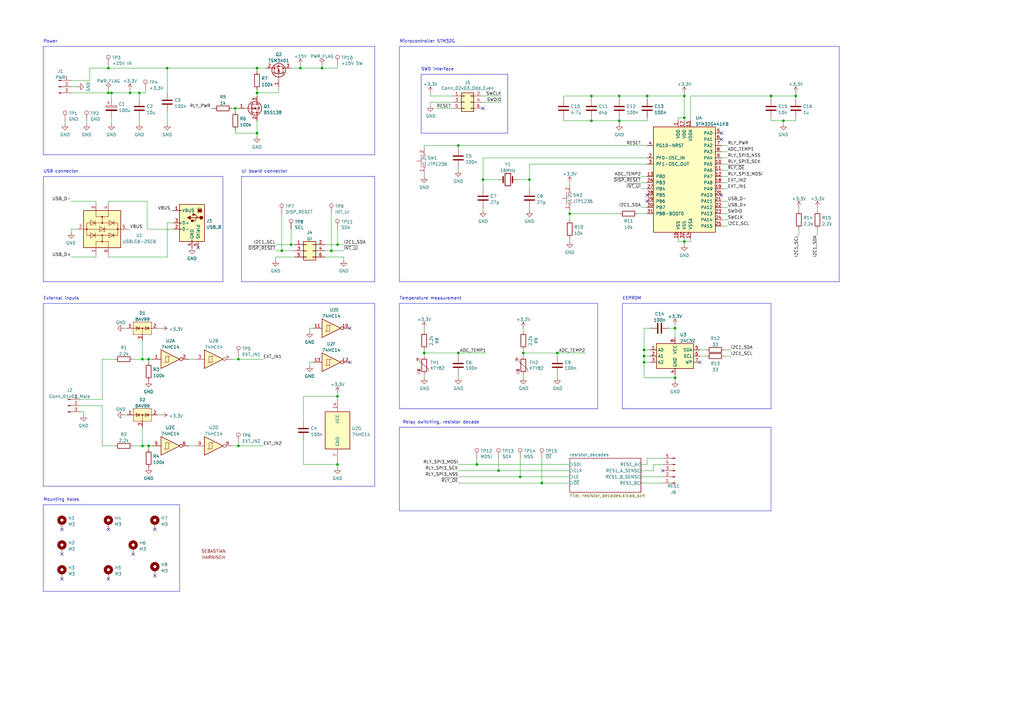
<source format=kicad_sch>
(kicad_sch (version 20230121) (generator eeschema)
  (paper "A3")
  (title_block (title "Progammable Precision Resistor") (date "2023-08-18") (company "Sebastian Harnisch"))
  (junction (at 321.31 49.53))
  (junction (at 138.43 100.33))
  (junction (at 138.43 162.56))
  (junction (at 213.36 195.58))
  (junction (at 105.41 27.94))
  (junction (at 242.57 49.53))
  (junction (at 44.45 27.94))
  (junction (at 58.42 182.88))
  (junction (at 97.79 182.88))
  (junction (at 228.6 144.78))
  (junction (at 60.96 147.32))
  (junction (at 254 49.53))
  (junction (at 280.67 39.37))
  (junction (at 280.67 99.06))
  (junction (at 265.43 39.37))
  (junction (at 58.42 147.32))
  (junction (at 119.38 100.33))
  (junction (at 135.89 102.87))
  (junction (at 45.72 38.1))
  (junction (at 53.34 38.1))
  (junction (at 254 39.37))
  (junction (at 242.57 39.37))
  (junction (at 132.08 27.94))
  (junction (at 280.67 48.26))
  (junction (at 204.47 193.04))
  (junction (at 97.79 147.32))
  (junction (at 276.86 154.94))
  (junction (at 138.43 190.5))
  (junction (at 123.19 27.94))
  (junction (at 68.58 27.94))
  (junction (at 198.12 73.66))
  (junction (at 105.41 38.1))
  (junction (at 195.58 190.5))
  (junction (at 264.16 143.51))
  (junction (at 233.68 87.63))
  (junction (at 264.16 146.05))
  (junction (at 96.52 44.45))
  (junction (at 222.25 198.12))
  (junction (at 60.96 182.88))
  (junction (at 57.15 38.1))
  (junction (at 276.86 134.62))
  (junction (at 326.39 39.37))
  (junction (at 187.96 59.69))
  (junction (at 44.45 38.1))
  (junction (at 173.99 144.78))
  (junction (at 105.41 54.61))
  (junction (at 264.16 148.59))
  (junction (at 115.57 102.87))
  (junction (at 316.23 39.37))
  (junction (at 214.63 144.78))
  (junction (at 217.17 73.66))
  (junction (at 187.96 144.78))
  (no_connect (at 143.51 134.62))
  (no_connect (at 143.51 148.59))
  (no_connect (at 25.4 227.33))
  (no_connect (at 81.28 101.6))
  (no_connect (at 198.12 44.45))
  (no_connect (at 44.45 217.17))
  (no_connect (at 287.02 148.59))
  (no_connect (at 295.91 80.01))
  (no_connect (at 295.91 54.61))
  (no_connect (at 295.91 57.15))
  (no_connect (at 265.43 80.01))
  (no_connect (at 265.43 82.55))
  (no_connect (at 25.4 217.17))
  (no_connect (at 25.4 237.49))
  (no_connect (at 63.5 236.22))
  (no_connect (at 271.78 193.04))
  (no_connect (at 54.61 227.33))
  (no_connect (at 63.5 217.17))
  (no_connect (at 44.45 237.49))
  (wire (pts (xy 295.91 85.09) (xy 298.45 85.09)))
  (wire (pts (xy 198.12 39.37) (xy 205.74 39.37)))
  (wire (pts (xy 173.99 144.78) (xy 173.99 146.05)))
  (wire (pts (xy 198.12 64.77) (xy 198.12 73.66)))
  (wire (pts (xy 44.45 26.67) (xy 44.45 27.94)))
  (wire (pts (xy 135.89 102.87) (xy 133.35 102.87)))
  (polyline (pts (xy 245.11 124.46) (xy 245.11 167.64)))
  (wire (pts (xy 254 39.37) (xy 265.43 39.37)))
  (wire (pts (xy 287.02 143.51) (xy 289.56 143.51)))
  (wire (pts (xy 274.32 134.62) (xy 276.86 134.62)))
  (wire (pts (xy 33.02 166.37) (xy 41.91 166.37)))
  (wire (pts (xy 115.57 87.63) (xy 115.57 102.87)))
  (polyline (pts (xy 255.27 124.46) (xy 316.23 124.46)))
  (wire (pts (xy 113.03 102.87) (xy 115.57 102.87)))
  (wire (pts (xy 276.86 133.35) (xy 276.86 134.62)))
  (wire (pts (xy 231.14 40.64) (xy 231.14 39.37)))
  (wire (pts (xy 29.21 105.41) (xy 39.37 105.41)))
  (wire (pts (xy 34.29 170.18) (xy 34.29 168.91)))
  (wire (pts (xy 113.03 105.41) (xy 120.65 105.41)))
  (wire (pts (xy 60.96 147.32) (xy 60.96 148.59)))
  (wire (pts (xy 231.14 39.37) (xy 242.57 39.37)))
  (wire (pts (xy 173.99 144.78) (xy 187.96 144.78)))
  (wire (pts (xy 326.39 48.26) (xy 326.39 49.53)))
  (polyline (pts (xy 163.83 175.26) (xy 316.23 175.26)))
  (polyline (pts (xy 163.83 124.46) (xy 245.11 124.46)))
  (wire (pts (xy 60.96 147.32) (xy 62.23 147.32)))
  (wire (pts (xy 295.91 69.85) (xy 298.45 69.85)))
  (wire (pts (xy 39.37 82.55) (xy 39.37 83.82)))
  (wire (pts (xy 119.38 100.33) (xy 120.65 100.33)))
  (wire (pts (xy 95.25 44.45) (xy 96.52 44.45)))
  (wire (pts (xy 115.57 102.87) (xy 120.65 102.87)))
  (wire (pts (xy 133.35 105.41) (xy 140.97 105.41)))
  (wire (pts (xy 105.41 27.94) (xy 109.22 27.94)))
  (wire (pts (xy 326.39 38.1) (xy 326.39 39.37)))
  (wire (pts (xy 214.63 134.62) (xy 214.63 135.89)))
  (wire (pts (xy 58.42 182.88) (xy 60.96 182.88)))
  (wire (pts (xy 77.47 182.88) (xy 80.01 182.88)))
  (polyline (pts (xy 316.23 124.46) (xy 316.23 167.64)))
  (wire (pts (xy 262.89 85.09) (xy 265.43 85.09)))
  (wire (pts (xy 233.68 97.79) (xy 233.68 99.06)))
  (wire (pts (xy 64.77 134.62) (xy 66.04 134.62)))
  (wire (pts (xy 105.41 38.1) (xy 105.41 39.37)))
  (wire (pts (xy 68.58 91.44) (xy 71.12 91.44)))
  (wire (pts (xy 262.89 198.12) (xy 271.78 198.12)))
  (wire (pts (xy 228.6 154.94) (xy 228.6 153.67)))
  (wire (pts (xy 96.52 44.45) (xy 96.52 45.72)))
  (polyline (pts (xy 17.78 19.05) (xy 153.67 19.05)))
  (wire (pts (xy 127 135.89) (xy 127 134.62)))
  (wire (pts (xy 44.45 38.1) (xy 45.72 38.1)))
  (wire (pts (xy 124.46 162.56) (xy 138.43 162.56)))
  (wire (pts (xy 68.58 27.94) (xy 68.58 38.1)))
  (wire (pts (xy 138.43 162.56) (xy 138.43 163.83)))
  (wire (pts (xy 57.15 48.26) (xy 57.15 50.8)))
  (wire (pts (xy 214.63 144.78) (xy 228.6 144.78)))
  (wire (pts (xy 173.99 143.51) (xy 173.99 144.78)))
  (wire (pts (xy 54.61 147.32) (xy 58.42 147.32)))
  (polyline (pts (xy 172.72 30.48) (xy 208.28 30.48)))
  (wire (pts (xy 295.91 82.55) (xy 298.45 82.55)))
  (wire (pts (xy 254 48.26) (xy 254 49.53)))
  (wire (pts (xy 228.6 144.78) (xy 240.03 144.78)))
  (wire (pts (xy 187.96 193.04) (xy 204.47 193.04)))
  (wire (pts (xy 64.77 170.18) (xy 66.04 170.18)))
  (wire (pts (xy 280.67 48.26) (xy 280.67 49.53)))
  (polyline (pts (xy 153.67 72.39) (xy 153.67 115.57)))
  (wire (pts (xy 119.38 93.98) (xy 119.38 100.33)))
  (wire (pts (xy 45.72 38.1) (xy 45.72 40.64)))
  (wire (pts (xy 264.16 154.94) (xy 264.16 148.59)))
  (wire (pts (xy 254 49.53) (xy 254 50.8)))
  (wire (pts (xy 242.57 49.53) (xy 254 49.53)))
  (wire (pts (xy 327.66 85.09) (xy 327.66 86.36)))
  (wire (pts (xy 132.08 27.94) (xy 138.43 27.94)))
  (wire (pts (xy 45.72 38.1) (xy 53.34 38.1)))
  (wire (pts (xy 283.21 39.37) (xy 283.21 49.53)))
  (wire (pts (xy 57.15 38.1) (xy 57.15 40.64)))
  (wire (pts (xy 280.67 99.06) (xy 280.67 100.33)))
  (polyline (pts (xy 255.27 124.46) (xy 255.27 167.64)))
  (wire (pts (xy 138.43 189.23) (xy 138.43 190.5)))
  (polyline (pts (xy 17.78 72.39) (xy 91.44 72.39)))
  (wire (pts (xy 242.57 39.37) (xy 254 39.37)))
  (polyline (pts (xy 344.17 115.57) (xy 344.17 19.05)))
  (wire (pts (xy 228.6 146.05) (xy 228.6 144.78)))
  (polyline (pts (xy 163.83 167.64) (xy 163.83 124.46)))
  (wire (pts (xy 321.31 49.53) (xy 321.31 50.8)))
  (wire (pts (xy 231.14 49.53) (xy 242.57 49.53)))
  (wire (pts (xy 58.42 139.7) (xy 58.42 147.32)))
  (wire (pts (xy 97.79 181.61) (xy 97.79 182.88)))
  (wire (pts (xy 173.99 72.39) (xy 173.99 71.12)))
  (wire (pts (xy 185.42 44.45) (xy 179.07 44.45)))
  (wire (pts (xy 233.68 87.63) (xy 254 87.63)))
  (wire (pts (xy 335.28 85.09) (xy 335.28 86.36)))
  (wire (pts (xy 280.67 48.26) (xy 280.67 39.37)))
  (wire (pts (xy 71.12 93.98) (xy 60.325 93.98)))
  (wire (pts (xy 316.23 39.37) (xy 326.39 39.37)))
  (polyline (pts (xy 17.78 207.01) (xy 73.66 207.01)))
  (wire (pts (xy 262.89 190.5) (xy 265.43 190.5)))
  (wire (pts (xy 187.96 69.85) (xy 187.96 68.58)))
  (wire (pts (xy 187.96 154.94) (xy 187.96 153.67)))
  (wire (pts (xy 34.29 168.91) (xy 33.02 168.91)))
  (wire (pts (xy 213.36 195.58) (xy 233.68 195.58)))
  (wire (pts (xy 44.45 36.83) (xy 44.45 38.1)))
  (wire (pts (xy 295.91 59.69) (xy 298.45 59.69)))
  (wire (pts (xy 265.43 39.37) (xy 265.43 40.64)))
  (wire (pts (xy 214.63 144.78) (xy 214.63 146.05)))
  (wire (pts (xy 187.96 198.12) (xy 222.25 198.12)))
  (wire (pts (xy 278.13 97.79) (xy 278.13 99.06)))
  (wire (pts (xy 173.99 59.69) (xy 187.96 59.69)))
  (wire (pts (xy 140.97 102.87) (xy 135.89 102.87)))
  (wire (pts (xy 265.43 72.39) (xy 262.89 72.39)))
  (wire (pts (xy 231.14 49.53) (xy 231.14 48.26)))
  (wire (pts (xy 29.21 38.1) (xy 44.45 38.1)))
  (wire (pts (xy 295.91 67.31) (xy 298.45 67.31)))
  (polyline (pts (xy 163.83 19.05) (xy 163.83 115.57)))
  (wire (pts (xy 26.67 49.53) (xy 26.67 50.8)))
  (wire (pts (xy 297.18 143.51) (xy 299.72 143.51)))
  (wire (pts (xy 222.25 187.96) (xy 222.25 198.12)))
  (wire (pts (xy 105.41 38.1) (xy 114.3 38.1)))
  (wire (pts (xy 140.97 105.41) (xy 140.97 106.68)))
  (wire (pts (xy 60.325 82.55) (xy 44.45 82.55)))
  (wire (pts (xy 86.36 44.45) (xy 87.63 44.45)))
  (wire (pts (xy 59.69 38.1) (xy 57.15 38.1)))
  (wire (pts (xy 44.45 82.55) (xy 44.45 83.82)))
  (wire (pts (xy 264.16 146.05) (xy 266.7 146.05)))
  (wire (pts (xy 265.43 77.47) (xy 262.89 77.47)))
  (wire (pts (xy 276.86 154.94) (xy 264.16 154.94)))
  (wire (pts (xy 265.43 74.93) (xy 262.89 74.93)))
  (wire (pts (xy 187.96 195.58) (xy 213.36 195.58)))
  (wire (pts (xy 233.68 87.63) (xy 233.68 90.17)))
  (wire (pts (xy 44.45 105.41) (xy 68.58 105.41)))
  (wire (pts (xy 57.15 38.1) (xy 53.34 38.1)))
  (wire (pts (xy 68.58 27.94) (xy 105.41 27.94)))
  (wire (pts (xy 335.28 93.98) (xy 335.28 96.52)))
  (wire (pts (xy 267.97 193.04) (xy 267.97 190.5)))
  (wire (pts (xy 198.12 41.91) (xy 205.74 41.91)))
  (polyline (pts (xy 153.67 199.39) (xy 153.67 124.46)))
  (polyline (pts (xy 163.83 115.57) (xy 344.17 115.57)))
  (wire (pts (xy 316.23 39.37) (xy 316.23 40.64)))
  (wire (pts (xy 105.41 49.53) (xy 105.41 54.61)))
  (wire (pts (xy 105.41 54.61) (xy 105.41 55.88)))
  (wire (pts (xy 138.43 26.67) (xy 138.43 27.94)))
  (wire (pts (xy 29.21 82.55) (xy 39.37 82.55)))
  (wire (pts (xy 264.16 143.51) (xy 266.7 143.51)))
  (wire (pts (xy 204.47 193.04) (xy 233.68 193.04)))
  (wire (pts (xy 187.96 144.78) (xy 199.39 144.78)))
  (polyline (pts (xy 172.72 54.61) (xy 172.72 30.48)))
  (wire (pts (xy 212.09 73.66) (xy 217.17 73.66)))
  (wire (pts (xy 69.85 86.36) (xy 71.12 86.36)))
  (wire (pts (xy 113.03 106.68) (xy 113.03 105.41)))
  (wire (pts (xy 41.91 182.88) (xy 46.99 182.88)))
  (wire (pts (xy 276.86 153.67) (xy 276.86 154.94)))
  (wire (pts (xy 95.25 147.32) (xy 97.79 147.32)))
  (wire (pts (xy 265.43 39.37) (xy 280.67 39.37)))
  (polyline (pts (xy 163.83 209.55) (xy 316.23 209.55)))
  (wire (pts (xy 295.91 74.93) (xy 298.45 74.93)))
  (polyline (pts (xy 17.78 199.39) (xy 153.67 199.39)))
  (polyline (pts (xy 208.28 54.61) (xy 172.72 54.61)))
  (wire (pts (xy 140.97 100.33) (xy 138.43 100.33)))
  (wire (pts (xy 298.45 62.23) (xy 295.91 62.23)))
  (wire (pts (xy 97.79 146.05) (xy 97.79 147.32)))
  (wire (pts (xy 124.46 180.34) (xy 124.46 190.5)))
  (wire (pts (xy 29.21 33.02) (xy 36.83 33.02)))
  (wire (pts (xy 138.43 100.33) (xy 133.35 100.33)))
  (wire (pts (xy 233.68 87.63) (xy 233.68 86.36)))
  (polyline (pts (xy 91.44 72.39) (xy 91.44 115.57)))
  (wire (pts (xy 127 149.86) (xy 127 148.59)))
  (wire (pts (xy 262.89 195.58) (xy 271.78 195.58)))
  (wire (pts (xy 68.58 105.41) (xy 68.58 91.44)))
  (wire (pts (xy 222.25 198.12) (xy 233.68 198.12)))
  (wire (pts (xy 138.43 161.29) (xy 138.43 162.56)))
  (polyline (pts (xy 208.28 30.48) (xy 208.28 54.61)))
  (wire (pts (xy 198.12 86.36) (xy 198.12 85.09)))
  (polyline (pts (xy 17.78 72.39) (xy 17.78 115.57)))
  (wire (pts (xy 326.39 39.37) (xy 326.39 40.64)))
  (wire (pts (xy 295.91 64.77) (xy 298.45 64.77)))
  (wire (pts (xy 124.46 162.56) (xy 124.46 172.72)))
  (wire (pts (xy 41.91 166.37) (xy 41.91 182.88)))
  (polyline (pts (xy 73.66 207.01) (xy 73.66 242.57)))
  (polyline (pts (xy 99.06 72.39) (xy 153.67 72.39)))
  (wire (pts (xy 316.23 49.53) (xy 316.23 48.26)))
  (wire (pts (xy 217.17 86.36) (xy 217.17 85.09)))
  (wire (pts (xy 135.89 87.63) (xy 135.89 102.87)))
  (wire (pts (xy 280.67 99.06) (xy 283.21 99.06)))
  (wire (pts (xy 33.02 163.83) (xy 41.91 163.83)))
  (wire (pts (xy 264.16 134.62) (xy 264.16 143.51)))
  (wire (pts (xy 278.13 99.06) (xy 280.67 99.06)))
  (wire (pts (xy 138.43 190.5) (xy 138.43 191.77)))
  (wire (pts (xy 68.58 45.72) (xy 68.58 50.8)))
  (polyline (pts (xy 163.83 175.26) (xy 163.83 209.55)))
  (polyline (pts (xy 91.44 115.57) (xy 17.78 115.57)))
  (wire (pts (xy 198.12 73.66) (xy 198.12 77.47)))
  (wire (pts (xy 283.21 99.06) (xy 283.21 97.79)))
  (wire (pts (xy 217.17 73.66) (xy 217.17 77.47)))
  (wire (pts (xy 96.52 53.34) (xy 96.52 54.61)))
  (wire (pts (xy 217.17 67.31) (xy 265.43 67.31)))
  (wire (pts (xy 60.96 182.88) (xy 60.96 184.15)))
  (wire (pts (xy 44.45 27.94) (xy 68.58 27.94)))
  (wire (pts (xy 214.63 153.67) (xy 214.63 154.94)))
  (wire (pts (xy 50.8 134.62) (xy 52.07 134.62)))
  (wire (pts (xy 44.45 104.14) (xy 44.45 105.41)))
  (wire (pts (xy 95.25 182.88) (xy 97.79 182.88)))
  (wire (pts (xy 185.42 39.37) (xy 176.53 39.37)))
  (wire (pts (xy 198.12 64.77) (xy 265.43 64.77)))
  (wire (pts (xy 195.58 190.5) (xy 233.68 190.5)))
  (polyline (pts (xy 99.06 72.39) (xy 99.06 115.57)))
  (wire (pts (xy 264.16 148.59) (xy 266.7 148.59)))
  (wire (pts (xy 54.61 182.88) (xy 58.42 182.88)))
  (wire (pts (xy 59.69 36.83) (xy 59.69 38.1)))
  (wire (pts (xy 321.31 49.53) (xy 326.39 49.53)))
  (wire (pts (xy 36.83 27.94) (xy 44.45 27.94)))
  (wire (pts (xy 35.56 49.53) (xy 35.56 50.8)))
  (wire (pts (xy 114.3 35.56) (xy 114.3 38.1)))
  (wire (pts (xy 29.21 93.98) (xy 31.75 93.98)))
  (polyline (pts (xy 245.11 167.64) (xy 163.83 167.64)))
  (wire (pts (xy 60.96 182.88) (xy 62.23 182.88)))
  (wire (pts (xy 327.66 93.98) (xy 327.66 96.52)))
  (wire (pts (xy 278.13 48.26) (xy 280.67 48.26)))
  (wire (pts (xy 298.45 87.63) (xy 295.91 87.63)))
  (wire (pts (xy 264.16 148.59) (xy 264.16 146.05)))
  (wire (pts (xy 77.47 147.32) (xy 80.01 147.32)))
  (wire (pts (xy 60.325 93.98) (xy 60.325 82.55)))
  (wire (pts (xy 213.36 187.96) (xy 213.36 195.58)))
  (wire (pts (xy 187.96 146.05) (xy 187.96 144.78)))
  (wire (pts (xy 214.63 143.51) (xy 214.63 144.78)))
  (wire (pts (xy 261.62 87.63) (xy 265.43 87.63)))
  (wire (pts (xy 176.53 43.18) (xy 176.53 41.91)))
  (wire (pts (xy 96.52 54.61) (xy 105.41 54.61)))
  (wire (pts (xy 198.12 73.66) (xy 204.47 73.66)))
  (wire (pts (xy 41.91 163.83) (xy 41.91 147.32)))
  (wire (pts (xy 58.42 175.26) (xy 58.42 182.88)))
  (wire (pts (xy 195.58 187.96) (xy 195.58 190.5)))
  (polyline (pts (xy 153.67 115.57) (xy 99.06 115.57)))
  (wire (pts (xy 267.97 190.5) (xy 271.78 190.5)))
  (wire (pts (xy 138.43 93.98) (xy 138.43 100.33)))
  (wire (pts (xy 287.02 146.05) (xy 289.56 146.05)))
  (wire (pts (xy 295.91 92.71) (xy 298.45 92.71)))
  (wire (pts (xy 105.41 27.94) (xy 105.41 29.21)))
  (wire (pts (xy 298.45 77.47) (xy 295.91 77.47)))
  (wire (pts (xy 39.37 105.41) (xy 39.37 104.14)))
  (wire (pts (xy 53.34 38.1) (xy 53.34 36.83)))
  (wire (pts (xy 53.34 93.98) (xy 52.07 93.98)))
  (wire (pts (xy 97.79 182.88) (xy 107.95 182.88)))
  (polyline (pts (xy 17.78 63.5) (xy 17.78 19.05)))
  (wire (pts (xy 58.42 147.32) (xy 60.96 147.32)))
  (wire (pts (xy 265.43 187.96) (xy 271.78 187.96)))
  (wire (pts (xy 127 148.59) (xy 128.27 148.59)))
  (polyline (pts (xy 163.83 19.05) (xy 344.17 19.05)))
  (wire (pts (xy 173.99 153.67) (xy 173.99 154.94)))
  (wire (pts (xy 265.43 49.53) (xy 265.43 48.26)))
  (wire (pts (xy 204.47 187.96) (xy 204.47 193.04)))
  (polyline (pts (xy 17.78 63.5) (xy 153.67 63.5)))
  (wire (pts (xy 266.7 134.62) (xy 264.16 134.62)))
  (wire (pts (xy 321.31 49.53) (xy 316.23 49.53)))
  (wire (pts (xy 265.43 190.5) (xy 265.43 187.96)))
  (wire (pts (xy 242.57 49.53) (xy 242.57 48.26)))
  (wire (pts (xy 254 39.37) (xy 254 40.64)))
  (wire (pts (xy 173.99 134.62) (xy 173.99 135.89)))
  (wire (pts (xy 187.96 59.69) (xy 265.43 59.69)))
  (polyline (pts (xy 73.66 242.57) (xy 17.78 242.57)))
  (wire (pts (xy 264.16 146.05) (xy 264.16 143.51)))
  (wire (pts (xy 113.03 100.33) (xy 119.38 100.33)))
  (wire (pts (xy 217.17 67.31) (xy 217.17 73.66)))
  (wire (pts (xy 276.86 154.94) (xy 276.86 156.21)))
  (polyline (pts (xy 17.78 124.46) (xy 17.78 199.39)))
  (wire (pts (xy 187.96 190.5) (xy 195.58 190.5)))
  (wire (pts (xy 96.52 44.45) (xy 97.79 44.45)))
  (wire (pts (xy 97.79 147.32) (xy 107.95 147.32)))
  (wire (pts (xy 298.45 90.17) (xy 295.91 90.17)))
  (wire (pts (xy 295.91 72.39) (xy 298.45 72.39)))
  (wire (pts (xy 297.18 146.05) (xy 299.72 146.05)))
  (polyline (pts (xy 17.78 124.46) (xy 153.67 124.46)))
  (polyline (pts (xy 316.23 209.55) (xy 316.23 175.26)))
  (wire (pts (xy 36.83 33.02) (xy 36.83 27.94)))
  (polyline (pts (xy 17.78 207.01) (xy 17.78 242.57)))
  (wire (pts (xy 280.67 39.37) (xy 280.67 38.1)))
  (wire (pts (xy 124.46 190.5) (xy 138.43 190.5)))
  (wire (pts (xy 283.21 39.37) (xy 316.23 39.37)))
  (wire (pts (xy 105.41 36.83) (xy 105.41 38.1)))
  (wire (pts (xy 123.19 27.94) (xy 132.08 27.94)))
  (wire (pts (xy 45.72 48.26) (xy 45.72 50.8)))
  (polyline (pts (xy 153.67 19.05) (xy 153.67 63.5)))
  (wire (pts (xy 132.08 26.67) (xy 132.08 27.94)))
  (wire (pts (xy 276.86 134.62) (xy 276.86 138.43)))
  (wire (pts (xy 262.89 193.04) (xy 267.97 193.04)))
  (wire (pts (xy 173.99 59.69) (xy 173.99 60.96)))
  (wire (pts (xy 233.68 74.93) (xy 233.68 76.2)))
  (wire (pts (xy 123.19 27.94) (xy 123.19 26.67)))
  (wire (pts (xy 278.13 49.53) (xy 278.13 48.26)))
  (wire (pts (xy 29.21 35.56) (xy 31.75 35.56)))
  (wire (pts (xy 50.8 170.18) (xy 52.07 170.18)))
  (wire (pts (xy 254 49.53) (xy 265.43 49.53)))
  (wire (pts (xy 41.91 147.32) (xy 46.99 147.32)))
  (wire (pts (xy 280.67 97.79) (xy 280.67 99.06)))
  (wire (pts (xy 176.53 41.91) (xy 185.42 41.91)))
  (wire (pts (xy 119.38 27.94) (xy 123.19 27.94)))
  (polyline (pts (xy 316.23 167.64) (xy 255.27 167.64)))
  (wire (pts (xy 242.57 40.64) (xy 242.57 39.37)))
  (wire (pts (xy 176.53 39.37) (xy 176.53 38.1)))
  (wire (pts (xy 127 134.62) (xy 128.27 134.62)))
  (wire (pts (xy 187.96 59.69) (xy 187.96 60.96)))
  (wire (pts (xy 29.21 93.98) (xy 29.21 95.25)))
  (text "EEPROM" (at 255.27 123.19 0) (effects (font (size 1.27 1.27)) (justify left bottom)))
  (text "Power" (at 17.78 17.78 0) (effects (font (size 1.27 1.27)) (justify left bottom)))
  (text "Microcontroller STM32G" (at 163.83 17.78 0) (effects (font (size 1.27 1.27)) (justify left bottom)))
  (text "Mounting holes" (at 17.78 205.74 0) (effects (font (size 1.27 1.27)) (justify left bottom)))
  (text "USB connector" (at 17.78 71.12 0) (effects (font (size 1.27 1.27)) (justify left bottom)))
  (text "External inputs" (at 17.78 123.19 0) (effects (font (size 1.27 1.27)) (justify left bottom)))
  (text "Temperature measurement" (at 163.83 123.19 0) (effects (font (size 1.27 1.27)) (justify left bottom)))
  (text "Relay switching, resistor decade" (at 165.1 173.99 0) (effects (font (size 1.27 1.27)) (justify left bottom)))
  (text "SWD interface" (at 172.72 29.21 0) (effects (font (size 1.27 1.27)) (justify left bottom)))
  (text "UI board connector" (at 99.06 71.12 0) (effects (font (size 1.27 1.27)) (justify left bottom)))
  (label "VBUS" (at 53.34 93.98 0))
  (label "I2C1_SCL" (at 299.72 146.05 0))
  (label "EXT_IN2" (at 298.45 74.93 0))
  (label "SWDIO" (at 205.74 41.91 180))
  (label "ADC_TEMP1" (at 199.39 144.78 180))
  (label "~{INT_UI}" (at 262.89 77.47 180))
  (label "RLY_SPI3_MOSI" (at 298.45 72.39 0))
  (label "VBUS" (at 69.85 86.36 180))
  (label "EXT_IN2" (at 107.95 182.88 0))
  (label "~{RLY_OE}" (at 187.96 198.12 180))
  (label "RLY_SPI3_NSS" (at 187.96 195.58 180))
  (label "SWDIO" (at 298.45 87.63 0))
  (label "USB_D+" (at 298.45 85.09 0))
  (label "SWCLK" (at 298.45 90.17 0))
  (label "USB_D-" (at 29.21 82.55 180))
  (label "I2C1_SDA" (at 140.97 100.33 0))
  (label "RLY_SPI3_SCK" (at 298.45 67.31 0))
  (label "USB_D-" (at 298.45 82.55 0))
  (label "RLY_SPI3_SCK" (at 187.96 193.04 180))
  (label "I2C1_SDA" (at 335.28 96.52 270))
  (label "ADC_TEMP1" (at 298.45 62.23 0))
  (label "RLY_PWR" (at 298.45 59.69 0))
  (label "RLY_SPI3_NSS" (at 298.45 64.77 0))
  (label "I2C1_SCL" (at 327.66 96.52 270))
  (label "ADC_TEMP2" (at 262.89 72.39 180))
  (label "I2C1_SDA" (at 262.89 85.09 180))
  (label "~{INT_UI}" (at 140.97 102.87 0))
  (label "~{DISP_RESET}" (at 113.03 102.87 180))
  (label "EXT_IN1" (at 107.95 147.32 0))
  (label "~{DISP_RESET}" (at 262.89 74.93 180))
  (label "USB_D+" (at 29.21 105.41 180))
  (label "RESET" (at 179.07 44.45 0))
  (label "RESET" (at 262.89 59.69 180))
  (label "RLY_SPI3_MOSI" (at 187.96 190.5 180))
  (label "RLY_PWR" (at 86.36 44.45 180))
  (label "I2C1_SDA" (at 299.72 143.51 0))
  (label "ADC_TEMP2" (at 240.03 144.78 180))
  (label "~{RLY_OE}" (at 298.45 69.85 0))
  (label "SWCLK" (at 205.74 39.37 180))
  (label "I2C1_SCL" (at 298.45 92.71 0))
  (label "I2C1_SCL" (at 113.03 100.33 180))
  (label "EXT_IN1" (at 298.45 77.47 0))
  (symbol (lib_id "Connector:TestPoint") (at 135.89 87.63 0) (unit 1)
    (property "Reference" "TP9" (at 137.3632 84.6328 0) (effects (justify left)))
    (property "Value" "INT_UI" (at 137.3632 86.9442 0) (effects (justify left)))
    (property "Footprint" "TestPoint:TestPoint_Loop_D1.80mm_Drill1.0mm_Beaded" (effects hide))
  )
  (symbol (lib_id "Device:R") (at 293.37 143.51 90) (unit 1)
    (property "Reference" "R12" (at 293.37 138.7942 90))
    (property "Value" "33" (at 293.37 141.3311 90))
    (property "Footprint" "01_Sebastian:R_0805_2012Metric_Box" (effects hide))
  )
  (symbol (lib_id "power:GND") (at 29.21 95.25 0) (mirror y) (unit 1)
    (property "Reference" "#PWR02" (effects hide))
    (property "Value" "GND" (at 29.083 99.6442 0))
  )
  (symbol (lib_id "Connector:TestPoint") (at 59.69 36.83 0) (unit 1)
    (property "Reference" "TP4" (at 61.1632 33.8328 0) (effects (justify left)))
    (property "Value" "+3.3V" (at 61.1632 36.1442 0) (effects (justify left)))
    (property "Footprint" "TestPoint:TestPoint_Loop_D1.80mm_Drill1.0mm_Beaded" (effects hide))
  )
  (symbol (lib_id "Device:C") (at 231.14 44.45 0) (unit 1)
    (property "Reference" "C10" (at 234.061 43.6153 0) (effects (justify left)))
    (property "Value" "4.7u" (at 234.061 46.1522 0) (effects (justify left)))
    (property "Footprint" "01_Sebastian:C_0805_2012Metric_Box" (effects hide))
  )
  (symbol (lib_id "Connector:TestPoint") (at 222.25 187.96 0) (unit 1)
    (property "Reference" "TP15" (at 223.7232 184.9628 0) (effects (justify left)))
    (property "Value" "~{OE}" (at 223.7232 187.2742 0) (effects (justify left)))
    (property "Footprint" "TestPoint:TestPoint_Loop_D1.80mm_Drill1.0mm_Beaded" (effects hide))
  )
  (symbol (lib_id "power:GND") (at 187.96 154.94 0) (unit 1)
    (property "Reference" "#PWR031" (effects hide))
    (property "Value" "GND" (at 188.087 159.3342 0))
  )
  (symbol (lib_id "power:GND") (at 127 149.86 0) (unit 1)
    (property "Reference" "#PWR021" (effects hide))
    (property "Value" "GND" (at 127 154.3034 0))
  )
  (symbol (lib_id "power:GND") (at 105.41 55.88 0) (unit 1)
    (property "Reference" "#PWR017" (effects hide))
    (property "Value" "GND" (at 105.41 60.3234 0))
  )
  (symbol (lib_id "Mechanical:MountingHole_Pad") (at 44.45 214.63 0) (unit 1)
    (property "Reference" "H4" (at 46.99 212.5253 0) (effects (justify left)))
    (property "Value" "M3" (at 46.99 215.0622 0) (effects (justify left)))
    (property "Footprint" "MountingHole:MountingHole_3.2mm_M3_DIN965_Pad" (effects hide))
  )
  (symbol (lib_id "power:GND") (at 50.8 134.62 270) (unit 1)
    (property "Reference" "#PWR07" (effects hide))
    (property "Value" "GND" (at 49.53 132.3142 90))
  )
  (symbol (lib_id "Device:R") (at 173.99 139.7 180) (unit 1)
    (property "Reference" "R8" (at 179.2478 139.7 90))
    (property "Value" "2.2k" (at 176.9364 139.7 90))
    (property "Footprint" "01_Sebastian:R_0805_2012Metric_Box" (effects hide))
  )
  (symbol (lib_id "Connector_Generic:Conn_02x03_Odd_Even") (at 190.5 41.91 0) (unit 1)
    (property "Reference" "J5" (at 191.77 33.8582 0))
    (property "Value" "Conn_02x03_Odd_Even" (at 191.77 36.1696 0))
    (property "Footprint" "Connector_IDC:IDC-Header_2x03_P2.54mm_Vertical" (effects hide))
  )
  (symbol (lib_id "Device:R") (at 50.8 182.88 90) (unit 1)
    (property "Reference" "R2" (at 50.8 178.1642 90))
    (property "Value" "2.2k" (at 50.8 180.7011 90))
    (property "Footprint" "01_Sebastian:R_0805_2012Metric_Box" (effects hide))
  )
  (symbol (lib_id "Transistor_FET:BSS138") (at 102.87 44.45 0) (unit 1)
    (property "Reference" "Q1" (at 108.077 43.6153 0) (effects (justify left)))
    (property "Value" "BSS138" (at 108.077 46.1522 0) (effects (justify left)))
    (property "Footprint" "Package_TO_SOT_SMD:SOT-23" (effects hide))
    (property "Datasheet" "https://www.onsemi.com/pub/Collateral/BSS138-D.PDF" (effects hide))
  )
  (symbol (lib_id "power:GND") (at 228.6 154.94 0) (unit 1)
    (property "Reference" "#PWR036" (effects hide))
    (property "Value" "GND" (at 228.727 159.3342 0))
  )
  (symbol (lib_id "Device:R") (at 293.37 146.05 90) (unit 1)
    (property "Reference" "R13" (at 293.37 149.0964 90))
    (property "Value" "33" (at 293.37 151.6333 90))
    (property "Footprint" "01_Sebastian:R_0805_2012Metric_Box" (effects hide))
  )
  (symbol (lib_id "power:GND") (at 176.53 43.18 0) (unit 1)
    (property "Reference" "#PWR029" (effects hide))
    (property "Value" "GND" (at 176.657 47.5742 0))
  )
  (symbol (lib_id "Connector:Conn_01x05_Male") (at 276.86 193.04 180) (unit 1)
    (property "Reference" "J6" (at 276.225 201.896 0))
    (property "Value" "RES1" (at 276.225 199.3591 0))
    (property "Footprint" "Connector_Molex:Molex_KK-396_A-41791-0005_1x05_P3.96mm_Vertical" (effects hide))
  )
  (symbol (lib_id "01_Sebastian:LOGO_SH") (at 87.63 227.33 0) (unit 1)
    (property "Reference" "LOGO1" (effects hide))
    (property "Value" "LOGO_SH" (effects hide))
    (property "Footprint" "01_Sebastian:SebastianHarnisch" (effects hide))
  )
  (symbol (lib_id "power:GND") (at 140.97 106.68 0) (mirror y) (unit 1)
    (property "Reference" "#PWR024" (effects hide))
    (property "Value" "GND" (at 140.97 111.1234 0))
  )
  (symbol (lib_id "power:GND") (at 26.67 50.8 0) (unit 1)
    (property "Reference" "#PWR01" (effects hide))
    (property "Value" "GND" (at 26.67 55.2434 0))
  )
  (symbol (lib_id "Sensor_Temperature:KTY82") (at 214.63 149.86 0) (unit 1)
    (property "Reference" "TH2" (at 217.0938 148.6916 0) (effects (justify left)))
    (property "Value" "KTY82" (at 217.0938 151.003 0) (effects (justify left)))
    (property "Footprint" "Package_TO_SOT_SMD:SOT-23" (effects hide))
    (property "Datasheet" "http://www.nxp.com/documents/data_sheet/KTY82_SER.pdf" (effects hide))
  )
  (symbol (lib_id "power:GND") (at 198.12 86.36 0) (unit 1)
    (property "Reference" "#PWR032" (effects hide))
    (property "Value" "GND" (at 198.12 90.8034 0))
  )
  (symbol (lib_id "Connector:TestPoint") (at 204.47 187.96 0) (unit 1)
    (property "Reference" "TP13" (at 205.9432 184.9628 0) (effects (justify left)))
    (property "Value" "SCK" (at 205.9432 187.2742 0) (effects (justify left)))
    (property "Footprint" "TestPoint:TestPoint_Loop_D1.80mm_Drill1.0mm_Beaded" (effects hide))
  )
  (symbol (lib_id "Device:C") (at 316.23 44.45 0) (unit 1)
    (property "Reference" "C15" (at 319.151 43.6153 0) (effects (justify left)))
    (property "Value" "10n" (at 319.151 46.1522 0) (effects (justify left)))
    (property "Footprint" "01_Sebastian:C_0805_2012Metric_Box" (effects hide))
  )
  (symbol (lib_id "power:+3.3V") (at 173.99 134.62 0) (unit 1)
    (property "Reference" "#PWR026" (effects hide))
    (property "Value" "+3.3V" (at 173.99 131.0442 0))
  )
  (symbol (lib_id "Connector:TestPoint") (at 44.45 26.67 0) (unit 1)
    (property "Reference" "TP3" (at 45.9232 23.6728 0) (effects (justify left)))
    (property "Value" "+15V IN" (at 45.9232 25.9842 0) (effects (justify left)))
    (property "Footprint" "TestPoint:TestPoint_Loop_D1.80mm_Drill1.0mm_Beaded" (effects hide))
  )
  (symbol (lib_id "power:GND") (at 173.99 154.94 0) (unit 1)
    (property "Reference" "#PWR027" (effects hide))
    (property "Value" "GND" (at 174.117 159.3342 0))
  )
  (symbol (lib_id "Device:C") (at 198.12 81.28 0) (unit 1)
    (property "Reference" "C7" (at 201.041 80.4453 0) (effects (justify left)))
    (property "Value" "27p" (at 201.041 82.9822 0) (effects (justify left)))
    (property "Footprint" "01_Sebastian:C_0805_2012Metric_Box" (effects hide))
  )
  (symbol (lib_id "power:GND") (at 138.43 191.77 0) (unit 1)
    (property "Reference" "#PWR023" (effects hide))
    (property "Value" "GND" (at 138.43 196.2134 0))
  )
  (symbol (lib_id "Device:C") (at 326.39 44.45 0) (unit 1)
    (property "Reference" "C16" (at 329.311 43.6153 0) (effects (justify left)))
    (property "Value" "1u" (at 329.311 46.1522 0) (effects (justify left)))
    (property "Footprint" "01_Sebastian:C_0805_2012Metric_Box" (effects hide))
  )
  (symbol (lib_id "01_Sebastian:STM32G441KB") (at 280.67 74.93 0) (unit 1)
    (property "Reference" "U4" (at 285.2294 48.3702 0) (effects (justify left)))
    (property "Value" "STM32G441KB" (at 285.2294 50.9071 0) (effects (justify left)))
    (property "Footprint" "Package_QFP:LQFP-32_7x7mm_P0.8mm" (effects hide))
  )
  (symbol (lib_id "power:+15V") (at 123.19 26.67 0) (unit 1)
    (property "Reference" "#PWR019" (effects hide))
    (property "Value" "+15V" (at 123.19 23.0942 0))
  )
  (symbol (lib_id "Connector:TestPoint") (at 213.36 187.96 0) (unit 1)
    (property "Reference" "TP14" (at 214.8332 184.9628 0) (effects (justify left)))
    (property "Value" "NSS" (at 214.8332 187.2742 0) (effects (justify left)))
    (property "Footprint" "TestPoint:TestPoint_Loop_D1.80mm_Drill1.0mm_Beaded" (effects hide))
  )
  (symbol (lib_id "power:+3.3V") (at 327.66 85.09 0) (unit 1)
    (property "Reference" "#PWR046" (effects hide))
    (property "Value" "+3.3V" (at 327.66 81.5142 0))
  )
  (symbol (lib_id "power:GND") (at 127 135.89 0) (unit 1)
    (property "Reference" "#PWR020" (effects hide))
    (property "Value" "GND" (at 127 140.3334 0))
  )
  (symbol (lib_id "power:GND") (at 173.99 72.39 0) (unit 1)
    (property "Reference" "#PWR025" (effects hide))
    (property "Value" "GND" (at 173.99 76.8334 0))
  )
  (symbol (lib_id "power:GND") (at 60.96 156.21 0) (unit 1)
    (property "Reference" "#PWR011" (effects hide))
    (property "Value" "GND" (at 60.96 160.6534 0))
  )
  (symbol (lib_id "Connector:TestPoint") (at 119.38 93.98 0) (unit 1)
    (property "Reference" "TP8" (at 120.8532 90.9828 0) (effects (justify left)))
    (property "Value" "SCL" (at 120.8532 93.2942 0) (effects (justify left)))
    (property "Footprint" "TestPoint:TestPoint_Loop_D1.80mm_Drill1.0mm_Beaded" (effects hide))
  )
  (symbol (lib_id "74xx:74HC14") (at 69.85 147.32 0) (unit 1)
    (property "Reference" "U2" (at 69.85 139.8102 0))
    (property "Value" "74HC14" (at 69.85 142.3471 0))
    (property "Footprint" "Package_SO:SOIC-14_3.9x8.7mm_P1.27mm" (effects hide))
    (property "Datasheet" "http://www.ti.com/lit/gpn/sn74HC14" (effects hide))
  )
  (symbol (lib_id "01_Sebastian:BAV99") (at 58.42 170.18 0) (unit 1)
    (property "Reference" "D2" (at 58.42 163.991 0))
    (property "Value" "BAV99" (at 58.42 166.5279 0))
    (property "Footprint" "Package_TO_SOT_SMD:SOT-23" (effects hide))
    (property "Datasheet" "https://assets.nexperia.com/documents/data-sheet/BAV99_SER.pdf" (effects hide))
  )
  (symbol (lib_id "power:GND") (at 276.86 156.21 0) (unit 1)
    (property "Reference" "#PWR041" (effects hide))
    (property "Value" "GND" (at 276.86 160.6534 0))
  )
  (symbol (lib_id "power:+3.3V") (at 66.04 170.18 270) (unit 1)
    (property "Reference" "#PWR014" (effects hide))
    (property "Value" "+3.3V" (at 69.215 170.6138 90) (effects (justify left)))
  )
  (symbol (lib_id "Mechanical:MountingHole_Pad") (at 25.4 214.63 0) (unit 1)
    (property "Reference" "H1" (at 27.94 212.5253 0) (effects (justify left)))
    (property "Value" "M3" (at 27.94 215.0622 0) (effects (justify left)))
    (property "Footprint" "MountingHole:MountingHole_3.2mm_M3_DIN965_Pad" (effects hide))
  )
  (symbol (lib_id "Device:C") (at 217.17 81.28 0) (unit 1)
    (property "Reference" "C8" (at 220.091 80.4453 0) (effects (justify left)))
    (property "Value" "27p" (at 220.091 82.9822 0) (effects (justify left)))
    (property "Footprint" "01_Sebastian:C_0805_2012Metric_Box" (effects hide))
  )
  (symbol (lib_id "74xx:74HC14") (at 135.89 134.62 0) (unit 5)
    (property "Reference" "U2" (at 137.16 127.1102 0))
    (property "Value" "74HC14" (at 135.89 129.6471 0))
    (property "Footprint" "Package_SO:SOIC-14_3.9x8.7mm_P1.27mm" (effects hide))
    (property "Datasheet" "http://www.ti.com/lit/gpn/sn74HC14" (effects hide))
  )
  (symbol (lib_id "Device:C") (at 242.57 44.45 0) (unit 1)
    (property "Reference" "C11" (at 245.491 43.6153 0) (effects (justify left)))
    (property "Value" "dnp" (at 245.491 46.1522 0) (effects (justify left)))
    (property "Footprint" "01_Sebastian:C_0805_2012Metric_Box" (effects hide))
  )
  (symbol (lib_id "74xx:74HC14") (at 87.63 147.32 0) (unit 2)
    (property "Reference" "U2" (at 87.63 139.8102 0))
    (property "Value" "74HC14" (at 87.63 142.3471 0))
    (property "Footprint" "Package_SO:SOIC-14_3.9x8.7mm_P1.27mm" (effects hide))
    (property "Datasheet" "http://www.ti.com/lit/gpn/sn74HC14" (effects hide))
  )
  (symbol (lib_id "Memory_EEPROM:24LC32") (at 276.86 146.05 0) (unit 1)
    (property "Reference" "U3" (at 278.8794 137.2702 0) (effects (justify left)))
    (property "Value" "24C32" (at 278.8794 139.8071 0) (effects (justify left)))
    (property "Footprint" "Package_SO:SO-8_3.9x4.9mm_P1.27mm" (effects hide))
    (property "Datasheet" "http://ww1.microchip.com/downloads/en/DeviceDoc/21072G.pdf" (effects hide))
  )
  (symbol (lib_id "Device:C") (at 124.46 176.53 0) (unit 1)
    (property "Reference" "C4" (at 127.381 175.6953 0) (effects (justify left)))
    (property "Value" "100n" (at 127.381 178.2322 0) (effects (justify left)))
    (property "Footprint" "01_Sebastian:C_0805_2012Metric_Box" (effects hide))
  )
  (symbol (lib_id "Mechanical:MountingHole_Pad") (at 54.61 224.79 0) (unit 1)
    (property "Reference" "H6" (at 57.15 222.6853 0) (effects (justify left)))
    (property "Value" "M3" (at 57.15 225.2222 0) (effects (justify left)))
    (property "Footprint" "MountingHole:MountingHole_3.2mm_M3_DIN965_Pad" (effects hide))
  )
  (symbol (lib_id "power:+3.3V") (at 214.63 134.62 0) (unit 1)
    (property "Reference" "#PWR033" (effects hide))
    (property "Value" "+3.3V" (at 214.63 131.0442 0))
  )
  (symbol (lib_id "Device:R") (at 257.81 87.63 90) (unit 1)
    (property "Reference" "R11" (at 257.81 90.6764 90))
    (property "Value" "10k" (at 257.81 93.2133 90))
    (property "Footprint" "01_Sebastian:R_0805_2012Metric_Box" (effects hide))
  )
  (symbol (lib_id "power:GND") (at 254 50.8 0) (unit 1)
    (property "Reference" "#PWR039" (effects hide))
    (property "Value" "GND" (at 254 55.2434 0))
  )
  (symbol (lib_id "Device:R") (at 50.8 147.32 90) (unit 1)
    (property "Reference" "R1" (at 50.8 142.6042 90))
    (property "Value" "2.2k" (at 50.8 145.1411 90))
    (property "Footprint" "01_Sebastian:R_0805_2012Metric_Box" (effects hide))
  )
  (symbol (lib_id "Mechanical:MountingHole_Pad") (at 44.45 234.95 0) (unit 1)
    (property "Reference" "H5" (at 46.99 232.8453 0) (effects (justify left)))
    (property "Value" "M3" (at 46.99 235.3822 0) (effects (justify left)))
    (property "Footprint" "MountingHole:MountingHole_3.2mm_M3_DIN965_Pad" (effects hide))
  )
  (symbol (lib_id "power:GND") (at 113.03 106.68 0) (unit 1)
    (property "Reference" "#PWR018" (effects hide))
    (property "Value" "GND" (at 113.03 111.1234 0))
  )
  (symbol (lib_id "power:PWR_FLAG") (at 132.08 26.67 0) (unit 1)
    (property "Reference" "#FLG02" (effects hide))
    (property "Value" "PWR_FLAG" (at 132.08 23.0942 0))
  )
  (symbol (lib_id "power:+3.3V") (at 335.28 85.09 0) (unit 1)
    (property "Reference" "#PWR047" (effects hide))
    (property "Value" "+3.3V" (at 335.28 81.5142 0))
  )
  (symbol (lib_id "power:GND") (at 321.31 50.8 0) (unit 1)
    (property "Reference" "#PWR044" (effects hide))
    (property "Value" "GND" (at 321.31 55.2434 0))
  )
  (symbol (lib_id "Connector:TestPoint") (at 97.79 181.61 0) (unit 1)
    (property "Reference" "TP6" (at 99.2632 178.6128 0) (effects (justify left)))
    (property "Value" "EXT_IN2" (at 99.2632 180.9242 0) (effects (justify left)))
    (property "Footprint" "TestPoint:TestPoint_Loop_D1.80mm_Drill1.0mm_Beaded" (effects hide))
  )
  (symbol (lib_id "Connector:TestPoint") (at 97.79 146.05 0) (unit 1)
    (property "Reference" "TP5" (at 99.2632 143.0528 0) (effects (justify left)))
    (property "Value" "EXT_IN1" (at 99.2632 145.3642 0) (effects (justify left)))
    (property "Footprint" "TestPoint:TestPoint_Loop_D1.80mm_Drill1.0mm_Beaded" (effects hide))
  )
  (symbol (lib_id "Connector:TestPoint") (at 26.67 49.53 0) (unit 1)
    (property "Reference" "TP1" (at 28.1432 46.5328 0) (effects (justify left)))
    (property "Value" "GND" (at 28.1432 48.8442 0) (effects (justify left)))
    (property "Footprint" "TestPoint:TestPoint_Loop_D1.80mm_Drill1.0mm_Beaded" (effects hide))
  )
  (symbol (lib_id "power:GND") (at 60.96 191.77 0) (unit 1)
    (property "Reference" "#PWR012" (effects hide))
    (property "Value" "GND" (at 60.96 196.2134 0))
  )
  (symbol (lib_id "01_Sebastian:BAV99") (at 58.42 134.62 0) (unit 1)
    (property "Reference" "D1" (at 58.42 128.431 0))
    (property "Value" "BAV99" (at 58.42 130.9679 0))
    (property "Footprint" "Package_TO_SOT_SMD:SOT-23" (effects hide))
    (property "Datasheet" "https://assets.nexperia.com/documents/data-sheet/BAV99_SER.pdf" (effects hide))
  )
  (symbol (lib_id "Connector:TestPoint") (at 35.56 49.53 0) (unit 1)
    (property "Reference" "TP2" (at 37.0332 46.5328 0) (effects (justify left)))
    (property "Value" "GND" (at 37.0332 48.8442 0) (effects (justify left)))
    (property "Footprint" "TestPoint:TestPoint_Loop_D1.80mm_Drill1.0mm_Beaded" (effects hide))
  )
  (symbol (lib_id "power:+3.3V") (at 53.34 36.83 0) (unit 1)
    (property "Reference" "#PWR09" (effects hide))
    (property "Value" "+3.3V" (at 53.34 33.2542 0))
  )
  (symbol (lib_id "Device:Crystal") (at 208.28 73.66 0) (unit 1)
    (property "Reference" "Y1" (at 208.28 67.3948 0))
    (property "Value" "16MHz" (at 208.28 69.9317 0))
    (property "Footprint" "Crystal:Crystal_HC49-4H_Vertical" (effects hide))
  )
  (symbol (lib_id "Device:R") (at 60.96 152.4 0) (unit 1)
    (property "Reference" "R3" (at 62.738 151.5653 0) (effects (justify left)))
    (property "Value" "100k" (at 62.738 154.1022 0) (effects (justify left)))
    (property "Footprint" "01_Sebastian:R_0805_2012Metric_Box" (effects hide))
  )
  (symbol (lib_id "Connector:Conn_01x03_Male") (at 24.13 35.56 0) (unit 1)
    (property "Reference" "J1" (at 24.765 29.244 0))
    (property "Value" "PWR" (at 24.765 31.7809 0))
    (property "Footprint" "Connector_Molex:Molex_KK-254_AE-6410-03A_1x03_P2.54mm_Vertical" (effects hide))
  )
  (symbol (lib_id "Connector_Generic:Conn_02x03_Odd_Even") (at 125.73 102.87 0) (unit 1)
    (property "Reference" "J4" (at 127 95.3602 0))
    (property "Value" "UI" (at 127 97.8971 0))
    (property "Footprint" "Connector_IDC:IDC-Header_2x03_P2.54mm_Vertical" (effects hide))
  )
  (symbol (lib_id "Connector:USB_B") (at 78.74 91.44 0) (mirror y) (unit 1)
    (property "Reference" "J3" (at 84.582 90.6053 0) (effects (justify right)))
    (property "Value" "USB_B" (at 84.582 93.1422 0) (effects (justify right)))
    (property "Footprint" "Connector_USB:USB_B_Lumberg_2411_02_Horizontal" (effects hide))
    (property "Datasheet" " ~" (effects hide))
  )
  (symbol (lib_id "power:GND") (at 78.74 101.6 0) (unit 1)
    (property "Reference" "#PWR016" (effects hide))
    (property "Value" "GND" (at 78.74 106.0434 0))
  )
  (symbol (lib_id "Device:C") (at 57.15 44.45 0) (unit 1)
    (property "Reference" "C2" (at 60.071 43.6153 0) (effects (justify left)))
    (property "Value" "10u" (at 60.071 46.1522 0) (effects (justify left)))
    (property "Footprint" "01_Sebastian:C_0805_2012Metric_Box" (effects hide))
  )
  (symbol (lib_id "Device:R") (at 91.44 44.45 90) (unit 1)
    (property "Reference" "R5" (at 91.44 39.7342 90))
    (property "Value" "1k" (at 91.44 42.2711 90))
    (property "Footprint" "01_Sebastian:R_0805_2012Metric_Box" (effects hide))
  )
  (symbol (lib_id "Device:R") (at 335.28 90.17 0) (unit 1)
    (property "Reference" "R15" (at 337.058 89.3353 0) (effects (justify left)))
    (property "Value" "2.2k" (at 337.058 91.8722 0) (effects (justify left)))
    (property "Footprint" "01_Sebastian:R_0805_2012Metric_Box" (effects hide))
  )
  (symbol (lib_id "Mechanical:MountingHole_Pad") (at 25.4 234.95 0) (unit 1)
    (property "Reference" "H3" (at 27.94 232.8453 0) (effects (justify left)))
    (property "Value" "M3" (at 27.94 235.3822 0) (effects (justify left)))
    (property "Footprint" "MountingHole:MountingHole_3.2mm_M3_DIN965_Pad" (effects hide))
  )
  (symbol (lib_id "Device:C") (at 187.96 149.86 0) (unit 1)
    (property "Reference" "C6" (at 190.881 148.6916 0) (effects (justify left)))
    (property "Value" "100n" (at 190.881 151.003 0) (effects (justify left)))
    (property "Footprint" "01_Sebastian:C_0805_2012Metric_Box" (effects hide))
  )
  (symbol (lib_id "power:+3.3V") (at 280.67 38.1 0) (unit 1)
    (property "Reference" "#PWR042" (effects hide))
    (property "Value" "+3.3V" (at 280.67 34.5242 0))
  )
  (symbol (lib_id "Device:R") (at 105.41 33.02 0) (unit 1)
    (property "Reference" "R7" (at 107.188 32.1853 0) (effects (justify left)))
    (property "Value" "100k" (at 107.188 34.7222 0) (effects (justify left)))
    (property "Footprint" "01_Sebastian:R_0805_2012Metric_Box" (effects hide))
  )
  (symbol (lib_id "Connector:TestPoint") (at 115.57 87.63 0) (unit 1)
    (property "Reference" "TP7" (at 117.0432 84.6328 0) (effects (justify left)))
    (property "Value" "DISP_RESET" (at 117.0432 86.9442 0) (effects (justify left)))
    (property "Footprint" "TestPoint:TestPoint_Loop_D1.80mm_Drill1.0mm_Beaded" (effects hide))
  )
  (symbol (lib_id "Mechanical:MountingHole_Pad") (at 25.4 224.79 0) (unit 1)
    (property "Reference" "H2" (at 27.94 222.6853 0) (effects (justify left)))
    (property "Value" "M3" (at 27.94 225.2222 0) (effects (justify left)))
    (property "Footprint" "MountingHole:MountingHole_3.2mm_M3_DIN965_Pad" (effects hide))
  )
  (symbol (lib_id "power:GND") (at 50.8 170.18 270) (unit 1)
    (property "Reference" "#PWR08" (effects hide))
    (property "Value" "GND" (at 49.53 167.8742 90))
  )
  (symbol (lib_id "Device:C") (at 254 44.45 0) (unit 1)
    (property "Reference" "C12" (at 256.921 43.6153 0) (effects (justify left)))
    (property "Value" "100n" (at 256.921 46.1522 0) (effects (justify left)))
    (property "Footprint" "01_Sebastian:C_0805_2012Metric_Box" (effects hide))
  )
  (symbol (lib_id "Connector:TestPoint") (at 195.58 187.96 0) (unit 1)
    (property "Reference" "TP12" (at 197.0532 184.9628 0) (effects (justify left)))
    (property "Value" "MOSI" (at 197.0532 187.2742 0) (effects (justify left)))
    (property "Footprint" "TestPoint:TestPoint_Loop_D1.80mm_Drill1.0mm_Beaded" (effects hide))
  )
  (symbol (lib_id "Device:R") (at 233.68 93.98 0) (unit 1)
    (property "Reference" "R10" (at 235.458 93.1453 0) (effects (justify left)))
    (property "Value" "10k" (at 235.458 95.6822 0) (effects (justify left)))
    (property "Footprint" "01_Sebastian:R_0805_2012Metric_Box" (effects hide))
  )
  (symbol (lib_id "Device:R") (at 327.66 90.17 0) (unit 1)
    (property "Reference" "R14" (at 329.438 89.3353 0) (effects (justify left)))
    (property "Value" "2.2k" (at 329.438 91.8722 0) (effects (justify left)))
    (property "Footprint" "01_Sebastian:R_0805_2012Metric_Box" (effects hide))
  )
  (symbol (lib_id "74xx:74HC14") (at 69.85 182.88 0) (unit 3)
    (property "Reference" "U2" (at 69.85 175.3702 0))
    (property "Value" "74HC14" (at 69.85 177.9071 0))
    (property "Footprint" "Package_SO:SOIC-14_3.9x8.7mm_P1.27mm" (effects hide))
    (property "Datasheet" "http://www.ti.com/lit/gpn/sn74HC14" (effects hide))
  )
  (symbol (lib_id "power:GND") (at 217.17 86.36 0) (unit 1)
    (property "Reference" "#PWR035" (effects hide))
    (property "Value" "GND" (at 217.17 90.8034 0))
  )
  (symbol (lib_id "power:GND") (at 280.67 100.33 0) (unit 1)
    (property "Reference" "#PWR043" (effects hide))
    (property "Value" "GND" (at 280.67 104.7734 0))
  )
  (symbol (lib_id "power:+3.3V") (at 176.53 38.1 0) (unit 1)
    (property "Reference" "#PWR028" (effects hide))
    (property "Value" "+3.3V" (at 176.53 34.5242 0))
  )
  (symbol (lib_id "power:GND") (at 45.72 50.8 0) (unit 1)
    (property "Reference" "#PWR06" (effects hide))
    (property "Value" "GND" (at 45.72 55.2434 0))
  )
  (symbol (lib_id "Device:R") (at 60.96 187.96 0) (unit 1)
    (property "Reference" "R4" (at 62.738 187.1253 0) (effects (justify left)))
    (property "Value" "100k" (at 62.738 189.6622 0) (effects (justify left)))
    (property "Footprint" "01_Sebastian:R_0805_2012Metric_Box" (effects hide))
  )
  (symbol (lib_id "power:GND") (at 68.58 50.8 0) (unit 1)
    (property "Reference" "#PWR015" (effects hide))
    (property "Value" "GND" (at 68.58 55.2434 0))
  )
  (symbol (lib_id "power:GND") (at 214.63 154.94 0) (unit 1)
    (property "Reference" "#PWR034" (effects hide))
    (property "Value" "GND" (at 214.757 159.3342 0))
  )
  (symbol (lib_id "power:+3.3V") (at 66.04 134.62 270) (unit 1)
    (property "Reference" "#PWR013" (effects hide))
    (property "Value" "+3.3V" (at 69.215 135.0538 90) (effects (justify left)))
  )
  (symbol (lib_id "power:GND") (at 34.29 170.18 0) (unit 1)
    (property "Reference" "#PWR04" (effects hide))
    (property "Value" "GND" (at 34.29 174.6234 0))
  )
  (symbol (lib_id "Connector:TestPoint") (at 138.43 26.67 0) (unit 1)
    (property "Reference" "TP10" (at 139.9032 23.6728 0) (effects (justify left)))
    (property "Value" "+15V SW" (at 139.9032 25.9842 0) (effects (justify left)))
    (property "Footprint" "TestPoint:TestPoint_Loop_D1.80mm_Drill1.0mm_Beaded" (effects hide))
  )
  (symbol (lib_id "01_Sebastian:JTP1236") (at 233.68 81.28 90) (unit 1)
    (property "Reference" "SW2" (at 234.95 80.0131 90) (effects (justify right)))
    (property "Value" "JTP1236" (at 234.95 82.55 90) (effects (justify right)))
    (property "Footprint" "01_Sebastian:JTP1236" (effects hide))
  )
  (symbol (lib_id "Connector:TestPoint") (at 138.43 93.98 0) (unit 1)
    (property "Reference" "TP11" (at 139.9032 90.9828 0) (effects (justify left)))
    (property "Value" "SDA" (at 139.9032 93.2942 0) (effects (justify left)))
    (property "Footprint" "TestPoint:TestPoint_Loop_D1.80mm_Drill1.0mm_Beaded" (effects hide))
  )
  (symbol (lib_name "JTP1236_1") (lib_id "01_Sebastian:JTP1236") (at 173.99 66.04 90) (unit 1)
    (property "Reference" "SW1" (at 175.26 64.7731 90) (effects (justify right)))
    (property "Value" "JTP1236" (at 175.26 67.31 90) (effects (justify right)))
    (property "Footprint" "01_Sebastian:JTP1236" (effects hide))
  )
  (symbol (lib_id "Power_Protection:USBLC6-2SC6") (at 41.91 93.98 270) (mirror x) (unit 1)
    (property "Reference" "U1" (at 57.15 96.5231 90))
    (property "Value" "USBLC6-2SC6" (at 57.15 99.06 90))
    (property "Footprint" "Package_TO_SOT_SMD:SOT-23-6" (effects hide))
    (property "Datasheet" "https://www.st.com/resource/en/datasheet/usblc6-2.pdf" (effects hide))
  )
  (symbol (lib_id "power:+3.3V") (at 276.86 133.35 0) (unit 1)
    (property "Reference" "#PWR040" (effects hide))
    (property "Value" "+3.3V" (at 276.86 129.7742 0))
  )
  (symbol (lib_id "Device:C_Polarized") (at 45.72 44.45 0) (unit 1)
    (property "Reference" "C1" (at 48.641 42.7263 0) (effects (justify left)))
    (property "Value" "100u" (at 48.641 45.2632 0) (effects (justify left)))
    (property "Footprint" "Capacitor_Tantalum_SMD:CP_EIA-7343-31_Kemet-D_Pad2.25x2.55mm_HandSolder" (effects hide))
  )
  (symbol (lib_id "74xx:74HC14") (at 87.63 182.88 0) (unit 4)
    (property "Reference" "U2" (at 87.63 175.3702 0))
    (property "Value" "74HC14" (at 87.63 177.9071 0))
    (property "Footprint" "Package_SO:SOIC-14_3.9x8.7mm_P1.27mm" (effects hide))
    (property "Datasheet" "http://www.ti.com/lit/gpn/sn74HC14" (effects hide))
  )
  (symbol (lib_id "Mechanical:MountingHole_Pad") (at 63.5 233.68 0) (unit 1)
    (property "Reference" "H8" (at 66.04 231.5753 0) (effects (justify left)))
    (property "Value" "M3" (at 66.04 234.1122 0) (effects (justify left)))
    (property "Footprint" "MountingHole:MountingHole_3.2mm_M3_DIN965_Pad" (effects hide))
  )
  (symbol (lib_id "power:GND") (at 35.56 50.8 0) (unit 1)
    (property "Reference" "#PWR05" (effects hide))
    (property "Value" "GND" (at 35.56 55.2434 0))
  )
  (symbol (lib_id "power:+3.3V") (at 326.39 38.1 0) (unit 1)
    (property "Reference" "#PWR045" (effects hide))
    (property "Value" "+3.3V" (at 326.39 34.5242 0))
  )
  (symbol (lib_id "power:GND") (at 31.75 35.56 90) (unit 1)
    (property "Reference" "#PWR03" (effects hide))
    (property "Value" "GND" (at 36.1934 35.56 0))
  )
  (symbol (lib_id "power:PWR_FLAG") (at 44.45 36.83 0) (unit 1)
    (property "Reference" "#FLG01" (effects hide))
    (property "Value" "PWR_FLAG" (at 44.45 33.2542 0))
  )
  (symbol (lib_id "power:+3.3V") (at 233.68 74.93 0) (unit 1)
    (property "Reference" "#PWR037" (effects hide))
    (property "Value" "+3.3V" (at 233.68 71.3542 0))
  )
  (symbol (lib_id "Device:C") (at 270.51 134.62 90) (unit 1)
    (property "Reference" "C14" (at 270.51 128.7612 90))
    (property "Value" "100n" (at 270.51 131.2981 90))
    (property "Footprint" "01_Sebastian:C_0805_2012Metric_Box" (effects hide))
  )
  (symbol (lib_id "power:GND") (at 187.96 69.85 0) (unit 1)
    (property "Reference" "#PWR030" (effects hide))
    (property "Value" "GND" (at 187.96 74.2934 0))
  )
  (symbol (lib_id "Mechanical:MountingHole_Pad") (at 63.5 214.63 0) (unit 1)
    (property "Reference" "H7" (at 66.04 212.5253 0) (effects (justify left)))
    (property "Value" "M3" (at 66.04 215.0622 0) (effects (justify left)))
    (property "Footprint" "MountingHole:MountingHole_3.2mm_M3_DIN965_Pad" (effects hide))
  )
  (symbol (lib_id "Device:C") (at 68.58 41.91 0) (unit 1)
    (property "Reference" "C3" (at 71.501 41.0753 0) (effects (justify left)))
    (property "Value" "100n" (at 71.501 43.6122 0) (effects (justify left)))
    (property "Footprint" "01_Sebastian:C_0805_2012Metric_Box" (effects hide))
  )
  (symbol (lib_id "Connector:Conn_01x03_Male") (at 27.94 166.37 0) (unit 1)
    (property "Reference" "J2" (at 28.575 160.054 0))
    (property "Value" "Conn_01x03_Male" (at 28.575 162.5909 0))
    (property "Footprint" "Connector_Phoenix_MSTB:PhoenixContact_MSTBA_2,5_3-G_1x03_P5.00mm_Horizontal" (effects hide))
  )
  (symbol (lib_id "power:GND") (at 57.15 50.8 0) (unit 1)
    (property "Reference" "#PWR010" (effects hide))
    (property "Value" "GND" (at 57.15 55.2434 0))
  )
  (symbol (lib_id "74xx:74HC14") (at 135.89 148.59 0) (unit 6)
    (property "Reference" "U2" (at 135.89 141.0802 0))
    (property "Value" "74HC14" (at 135.89 143.6171 0))
    (property "Footprint" "Package_SO:SOIC-14_3.9x8.7mm_P1.27mm" (effects hide))
    (property "Datasheet" "http://www.ti.com/lit/gpn/sn74HC14" (effects hide))
  )
  (symbol (lib_id "power:GND") (at 233.68 99.06 0) (unit 1)
    (property "Reference" "#PWR038" (effects hide))
    (property "Value" "GND" (at 233.68 103.5034 0))
  )
  (symbol (lib_id "Sensor_Temperature:KTY82") (at 173.99 149.86 0) (unit 1)
    (property "Reference" "TH1" (at 176.4538 148.6916 0) (effects (justify left)))
    (property "Value" "KTY82" (at 176.4538 151.003 0) (effects (justify left)))
    (property "Footprint" "Package_TO_SOT_SMD:SOT-23" (effects hide))
    (property "Datasheet" "http://www.nxp.com/documents/data_sheet/KTY82_SER.pdf" (effects hide))
  )
  (symbol (lib_id "Device:C") (at 187.96 64.77 0) (unit 1)
    (property "Reference" "C5" (at 190.881 63.9353 0) (effects (justify left)))
    (property "Value" "100n" (at 190.881 66.4722 0) (effects (justify left)))
    (property "Footprint" "01_Sebastian:C_0805_2012Metric_Box" (effects hide))
  )
  (symbol (lib_id "Device:C") (at 265.43 44.45 0) (unit 1)
    (property "Reference" "C13" (at 268.351 43.6153 0) (effects (justify left)))
    (property "Value" "100n" (at 268.351 46.1522 0) (effects (justify left)))
    (property "Footprint" "01_Sebastian:C_0805_2012Metric_Box" (effects hide))
  )
  (symbol (lib_id "Device:R") (at 214.63 139.7 180) (unit 1)
    (property "Reference" "R9" (at 219.8878 139.7 90))
    (property "Value" "2.2k" (at 217.5764 139.7 90))
    (property "Footprint" "01_Sebastian:R_0805_2012Metric_Box" (effects hide))
  )
  (symbol (lib_id "74xx:74HC14") (at 138.43 176.53 0) (unit 7)
    (property "Reference" "U2" (at 144.272 175.6953 0) (effects (justify left)))
    (property "Value" "74HC14" (at 144.272 178.2322 0) (effects (justify left)))
    (property "Footprint" "Package_SO:SOIC-14_3.9x8.7mm_P1.27mm" (effects hide))
    (property "Datasheet" "http://www.ti.com/lit/gpn/sn74HC14" (effects hide))
  )
  (symbol (lib_id "power:+3.3V") (at 138.43 161.29 0) (unit 1)
    (property "Reference" "#PWR022" (effects hide))
    (property "Value" "+3.3V" (at 138.43 157.7142 0))
  )
  (symbol (lib_id "Transistor_FET:BSS83P") (at 114.3 30.48 270) (mirror x) (unit 1)
    (property "Reference" "Q2" (at 114.3 22.3352 90))
    (property "Value" "TSM3401" (at 114.3 24.8721 90))
    (property "Footprint" "Package_TO_SOT_SMD:SOT-23" (effects hide))
    (property "Datasheet" "http://www.farnell.com/datasheets/1835997.pdf" (effects hide))
  )
  (symbol (lib_id "Device:C") (at 228.6 149.86 0) (unit 1)
    (property "Reference" "C9" (at 231.521 148.6916 0) (effects (justify left)))
    (property "Value" "100n" (at 231.521 151.003 0) (effects (justify left)))
    (property "Footprint" "01_Sebastian:C_0805_2012Metric_Box" (effects hide))
  )
  (symbol (lib_id "Device:R") (at 96.52 49.53 0) (unit 1)
    (property "Reference" "R6" (at 98.298 48.6953 0) (effects (justify left)))
    (property "Value" "100k" (at 98.298 51.2322 0) (effects (justify left)))
    (property "Footprint" "01_Sebastian:R_0805_2012Metric_Box" (effects hide))
  )
  (sheet (at 233.68 187.96) (size 29.21 13.97) (stroke (width 0.1524))
    (property "Sheetname" "resistor_decades" (at 233.68 187.2484 0) (effects (justify left bottom)))
    (property "Sheetfile" "resistor_decades.kicad_sch" (at 233.68 202.5146 0) (effects (justify left top)))
    (pin "RES1_A" input (at 262.89 190.5 0))
    (pin "RES1_B" output (at 262.89 198.12 0))
    (pin "RES1_A_SENS" passive (at 262.89 193.04 0))
    (pin "RES1_B_SENS" passive (at 262.89 195.58 0))
    (pin "~{OE}" input (at 233.68 198.12 180))
    (pin "LE" input (at 233.68 195.58 180))
    (pin "CLK" input (at 233.68 193.04 180))
    (pin "SDI" input (at 233.68 190.5 180))
  )
)
</source>
